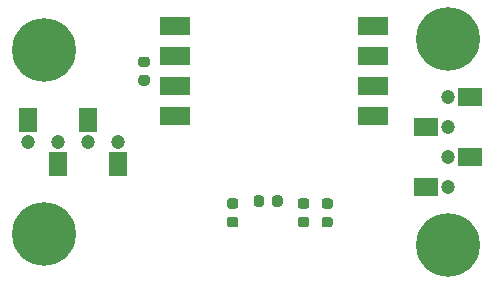
<source format=gts>
G04 #@! TF.GenerationSoftware,KiCad,Pcbnew,(5.1.9-16-g1737927814)-1*
G04 #@! TF.CreationDate,2021-04-01T12:21:12-04:00*
G04 #@! TF.ProjectId,pressure_mpxv5010dp,70726573-7375-4726-955f-6d7078763530,1*
G04 #@! TF.SameCoordinates,Original*
G04 #@! TF.FileFunction,Soldermask,Top*
G04 #@! TF.FilePolarity,Negative*
%FSLAX45Y45*%
G04 Gerber Fmt 4.5, Leading zero omitted, Abs format (unit mm)*
G04 Created by KiCad (PCBNEW (5.1.9-16-g1737927814)-1) date 2021-04-01 12:21:12*
%MOMM*%
%LPD*%
G01*
G04 APERTURE LIST*
%ADD10C,1.200000*%
%ADD11R,1.500000X2.100000*%
%ADD12R,2.100000X1.500000*%
%ADD13R,2.540000X1.520000*%
%ADD14C,5.400000*%
%ADD15C,0.800000*%
G04 APERTURE END LIST*
D10*
X727000Y-1250000D03*
X473000Y-1250000D03*
X219000Y-1250000D03*
D11*
X219000Y-1065000D03*
X727000Y-1065000D03*
X473000Y-1435000D03*
X981000Y-1435000D03*
D10*
X981000Y-1250000D03*
X3775000Y-1377000D03*
X3775000Y-1123000D03*
X3775000Y-869000D03*
D12*
X3960000Y-869000D03*
X3960000Y-1377000D03*
X3590000Y-1123000D03*
X3590000Y-1631000D03*
D10*
X3775000Y-1631000D03*
D13*
X1462000Y-269000D03*
X1462000Y-523000D03*
X1462000Y-777000D03*
X1462000Y-1031000D03*
X3138000Y-1031000D03*
X3138000Y-777000D03*
X3138000Y-523000D03*
X3138000Y-269000D03*
D14*
X3775000Y-2125000D03*
D15*
X3977500Y-2125000D03*
X3918189Y-2268189D03*
X3775000Y-2327500D03*
X3631811Y-2268189D03*
X3572500Y-2125000D03*
X3631811Y-1981811D03*
X3775000Y-1922500D03*
X3918189Y-1981811D03*
D14*
X3775000Y-375000D03*
D15*
X3977500Y-375000D03*
X3918189Y-518189D03*
X3775000Y-577500D03*
X3631811Y-518189D03*
X3572500Y-375000D03*
X3631811Y-231811D03*
X3775000Y-172500D03*
X3918189Y-231811D03*
D14*
X350000Y-2025000D03*
D15*
X552500Y-2025000D03*
X493189Y-2168189D03*
X350000Y-2227500D03*
X206811Y-2168189D03*
X147500Y-2025000D03*
X206811Y-1881811D03*
X350000Y-1822500D03*
X493189Y-1881811D03*
D14*
X350000Y-475000D03*
D15*
X552500Y-475000D03*
X493189Y-618189D03*
X350000Y-677500D03*
X206811Y-618189D03*
X147500Y-475000D03*
X206811Y-331811D03*
X350000Y-272500D03*
X493189Y-331811D03*
G36*
G01*
X2575625Y-1815000D02*
X2524375Y-1815000D01*
G75*
G02*
X2502500Y-1793125I0J21875D01*
G01*
X2502500Y-1749375D01*
G75*
G02*
X2524375Y-1727500I21875J0D01*
G01*
X2575625Y-1727500D01*
G75*
G02*
X2597500Y-1749375I0J-21875D01*
G01*
X2597500Y-1793125D01*
G75*
G02*
X2575625Y-1815000I-21875J0D01*
G01*
G37*
G36*
G01*
X2575625Y-1972500D02*
X2524375Y-1972500D01*
G75*
G02*
X2502500Y-1950625I0J21875D01*
G01*
X2502500Y-1906875D01*
G75*
G02*
X2524375Y-1885000I21875J0D01*
G01*
X2575625Y-1885000D01*
G75*
G02*
X2597500Y-1906875I0J-21875D01*
G01*
X2597500Y-1950625D01*
G75*
G02*
X2575625Y-1972500I-21875J0D01*
G01*
G37*
G36*
G01*
X2215000Y-1724375D02*
X2215000Y-1775625D01*
G75*
G02*
X2193125Y-1797500I-21875J0D01*
G01*
X2149375Y-1797500D01*
G75*
G02*
X2127500Y-1775625I0J21875D01*
G01*
X2127500Y-1724375D01*
G75*
G02*
X2149375Y-1702500I21875J0D01*
G01*
X2193125Y-1702500D01*
G75*
G02*
X2215000Y-1724375I0J-21875D01*
G01*
G37*
G36*
G01*
X2372500Y-1724375D02*
X2372500Y-1775625D01*
G75*
G02*
X2350625Y-1797500I-21875J0D01*
G01*
X2306875Y-1797500D01*
G75*
G02*
X2285000Y-1775625I0J21875D01*
G01*
X2285000Y-1724375D01*
G75*
G02*
X2306875Y-1702500I21875J0D01*
G01*
X2350625Y-1702500D01*
G75*
G02*
X2372500Y-1724375I0J-21875D01*
G01*
G37*
G36*
G01*
X2775625Y-1815000D02*
X2724375Y-1815000D01*
G75*
G02*
X2702500Y-1793125I0J21875D01*
G01*
X2702500Y-1749375D01*
G75*
G02*
X2724375Y-1727500I21875J0D01*
G01*
X2775625Y-1727500D01*
G75*
G02*
X2797500Y-1749375I0J-21875D01*
G01*
X2797500Y-1793125D01*
G75*
G02*
X2775625Y-1815000I-21875J0D01*
G01*
G37*
G36*
G01*
X2775625Y-1972500D02*
X2724375Y-1972500D01*
G75*
G02*
X2702500Y-1950625I0J21875D01*
G01*
X2702500Y-1906875D01*
G75*
G02*
X2724375Y-1885000I21875J0D01*
G01*
X2775625Y-1885000D01*
G75*
G02*
X2797500Y-1906875I0J-21875D01*
G01*
X2797500Y-1950625D01*
G75*
G02*
X2775625Y-1972500I-21875J0D01*
G01*
G37*
G36*
G01*
X1975625Y-1815000D02*
X1924375Y-1815000D01*
G75*
G02*
X1902500Y-1793125I0J21875D01*
G01*
X1902500Y-1749375D01*
G75*
G02*
X1924375Y-1727500I21875J0D01*
G01*
X1975625Y-1727500D01*
G75*
G02*
X1997500Y-1749375I0J-21875D01*
G01*
X1997500Y-1793125D01*
G75*
G02*
X1975625Y-1815000I-21875J0D01*
G01*
G37*
G36*
G01*
X1975625Y-1972500D02*
X1924375Y-1972500D01*
G75*
G02*
X1902500Y-1950625I0J21875D01*
G01*
X1902500Y-1906875D01*
G75*
G02*
X1924375Y-1885000I21875J0D01*
G01*
X1975625Y-1885000D01*
G75*
G02*
X1997500Y-1906875I0J-21875D01*
G01*
X1997500Y-1950625D01*
G75*
G02*
X1975625Y-1972500I-21875J0D01*
G01*
G37*
G36*
G01*
X1225625Y-615000D02*
X1174375Y-615000D01*
G75*
G02*
X1152500Y-593125I0J21875D01*
G01*
X1152500Y-549375D01*
G75*
G02*
X1174375Y-527500I21875J0D01*
G01*
X1225625Y-527500D01*
G75*
G02*
X1247500Y-549375I0J-21875D01*
G01*
X1247500Y-593125D01*
G75*
G02*
X1225625Y-615000I-21875J0D01*
G01*
G37*
G36*
G01*
X1225625Y-772500D02*
X1174375Y-772500D01*
G75*
G02*
X1152500Y-750625I0J21875D01*
G01*
X1152500Y-706875D01*
G75*
G02*
X1174375Y-685000I21875J0D01*
G01*
X1225625Y-685000D01*
G75*
G02*
X1247500Y-706875I0J-21875D01*
G01*
X1247500Y-750625D01*
G75*
G02*
X1225625Y-772500I-21875J0D01*
G01*
G37*
M02*

</source>
